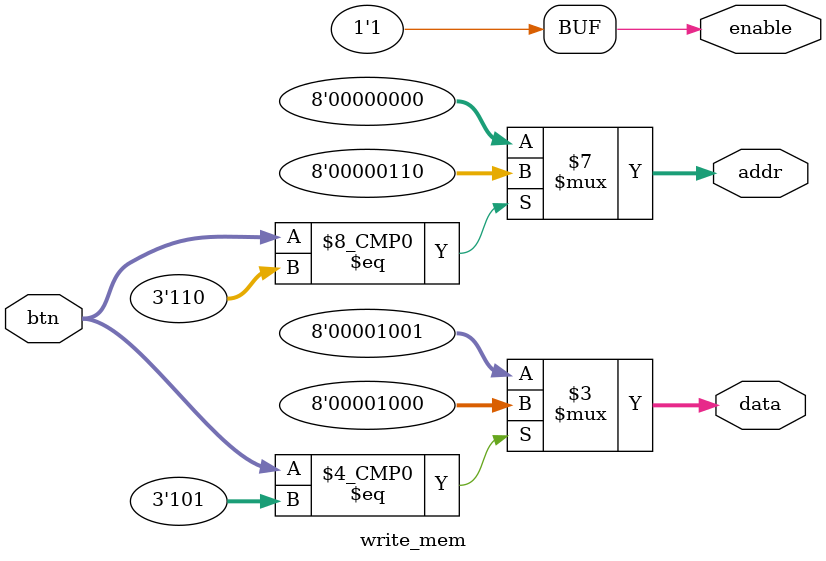
<source format=sv>
module write_mem(input logic [2:0] btn, 
					output logic enable, output logic [7:0] addr, output logic [7:0] data);

always @(btn) begin
	case(btn)
		3'b110: begin
			enable = 1'b1;
			addr = 7'd6;
			data = 7'd9;
		end
		3'b101: begin
			enable = 1'b1;
			addr = 7'b0;
			data = 7'd8;
		end
		default: begin
			enable = 1'b1;
			addr = 7'd0;
			data = 7'd9;
		end
	endcase
end

endmodule

</source>
